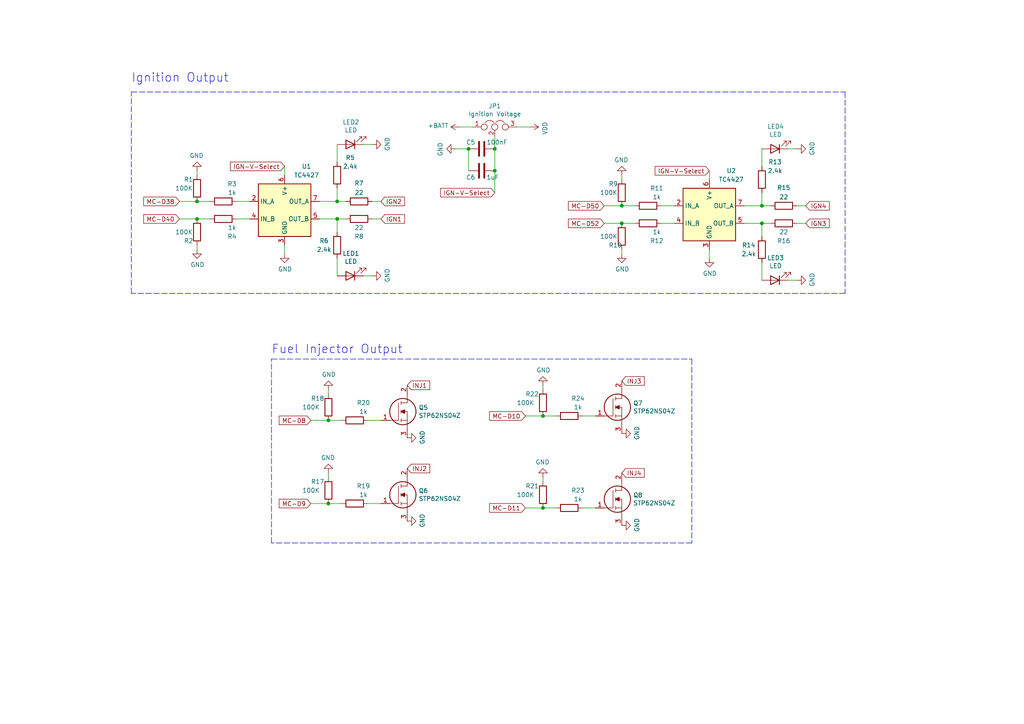
<source format=kicad_sch>
(kicad_sch (version 20211123) (generator eeschema)
  (paper "A4")
  (title_block (title "Pre-Ignition X4") (date "2022-10-1") (rev "MX4B-2") (company "DetonationEMS") (comment 1 "detonationems.com"))
  (lib_symbols
    (symbol "Device:C" (pin_numbers hide) (pin_names (offset 0.254))
      (property "Reference" "C" (at 0.635 2.54 0))
      (property "Value" "C" (at 0.635 -2.54 0))
      (symbol "C_0_1"
        (polyline (pts (xy -2.032 -0.762) (xy 2.032 -0.762)) (stroke (width 0.508)))
        (polyline (pts (xy -2.032 0.762) (xy 2.032 0.762)) (stroke (width 0.508)))
      )
      (symbol "C_1_1"
        (pin passive line (at 0 3.81 270) (length 2.794) (name "~") (number "1"))
        (pin passive line (at 0 -3.81 90) (length 2.794) (name "~") (number "2"))
      )
    )
    (symbol "Device:LED" (pin_numbers hide) (pin_names (offset 1.016) hide)
      (property "Reference" "D" (at 0 2.54 0))
      (property "Value" "LED" (at 0 -2.54 0))
      (symbol "LED_0_1"
        (polyline (pts (xy -1.27 -1.27) (xy -1.27 1.27)) (stroke (width 0.254)))
        (polyline (pts (xy -1.27 0) (xy 1.27 0)))
        (polyline (pts (xy 1.27 -1.27) (xy 1.27 1.27) (xy -1.27 0) (xy 1.27 -1.27)) (stroke (width 0.254)))
        (polyline (pts (xy -3.048 -0.762) (xy -4.572 -2.286) (xy -3.81 -2.286) (xy -4.572 -2.286) (xy -4.572 -1.524)))
        (polyline (pts (xy -1.778 -0.762) (xy -3.302 -2.286) (xy -2.54 -2.286) (xy -3.302 -2.286) (xy -3.302 -1.524)))
      )
      (symbol "LED_1_1"
        (pin passive line (at -3.81 0 0) (length 2.54) (name "K") (number "1"))
        (pin passive line (at 3.81 0 180) (length 2.54) (name "A") (number "2"))
      )
    )
    (symbol "Device:R" (pin_numbers hide) (pin_names (offset 0))
      (property "Reference" "R" (at 2.032 0 90))
      (property "Value" "R" (at 0 0 90))
      (symbol "R_0_1"
        (rectangle (start -1.016 -2.54) (end 1.016 2.54) (stroke (width 0.254)))
      )
      (symbol "R_1_1"
        (pin passive line (at 0 3.81 270) (length 1.27) (name "~") (number "1"))
        (pin passive line (at 0 -3.81 90) (length 1.27) (name "~") (number "2"))
      )
    )
    (symbol "Driver_FET:MIC4427"
      (property "Reference" "U" (at -7.62 8.89 0))
      (property "Value" "MIC4427" (at 1.27 8.89 0))
      (symbol "MIC4427_0_1"
        (rectangle (start -7.62 -7.62) (end 7.62 7.62) (stroke (width 0.254)) (fill (type background)))
      )
      (symbol "MIC4427_1_1"
        (pin no_connect line (at -7.62 0 0) (length 2.54) hide (name "NC") (number "1"))
        (pin input line (at -10.16 2.54 0) (length 2.54) (name "IN_A") (number "2"))
        (pin power_in line (at 0 -10.16 90) (length 2.54) (name "GND") (number "3"))
        (pin input line (at -10.16 -2.54 0) (length 2.54) (name "IN_B") (number "4"))
        (pin output line (at 10.16 -2.54 180) (length 2.54) (name "OUT_B") (number "5"))
        (pin power_in line (at 0 10.16 270) (length 2.54) (name "V+") (number "6"))
        (pin output line (at 10.16 2.54 180) (length 2.54) (name "OUT_A") (number "7"))
        (pin no_connect line (at 7.62 0 180) (length 2.54) hide (name "NC") (number "8"))
      )
    )
    (symbol "Pre_Ignition-rescue:Jumper_NC_Dual-Device" (pin_names (offset 0.762) hide)
      (property "Reference" "JP" (at 1.27 -2.54 0))
      (property "Value" "Jumper_NC_Dual-Device" (at 0 2.54 0))
      (symbol "Jumper_NC_Dual-Device_0_1"
        (circle (center -3.048 0) (radius 0.889))
        (arc (start -0.254 1.27) (mid -1.524 1.8804) (end -2.794 1.27))
        (circle (center 0 0) (radius 0.9144))
        (arc (start 2.794 1.27) (mid 1.524 1.8804) (end 0.254 1.27))
        (circle (center 3.048 0) (radius 0.889))
        (pin passive line (at -6.35 0 0) (length 2.413) (name "1") (number "1"))
        (pin passive line (at 0 -2.54 90) (length 1.524) (name "2") (number "2"))
        (pin passive line (at 6.35 0 180) (length 2.413) (name "3") (number "3"))
      )
    )
    (symbol "Pre_Ignition-rescue:STP62NS04Z-Stp62-Pre_Ignition-rescue-Pre_Ignition-rescue-Pre_Ignition-rescue-Pre_Ignition-rescue" (pin_names (offset 0.762))
      (property "Reference" "Q" (at 11.43 3.81 0))
      (property "Value" "STP62NS04Z-Stp62-Pre_Ignition-rescue-Pre_Ignition-rescue-Pre_Ignition-rescue-Pre_Ignition-rescue" (at 11.43 1.27 0))
      (symbol "STP62NS04Z-Stp62-Pre_Ignition-rescue-Pre_Ignition-rescue-Pre_Ignition-rescue-Pre_Ignition-rescue_0_0"
        (pin passive line (at 0 0 0) (length 2.54) (name "~") (number "1"))
        (pin passive line (at 7.62 10.16 270) (length 2.54) (name "~") (number "2"))
        (pin passive line (at 7.62 -5.08 90) (length 2.54) (name "~") (number "3"))
      )
      (symbol "STP62NS04Z-Stp62-Pre_Ignition-rescue-Pre_Ignition-rescue-Pre_Ignition-rescue-Pre_Ignition-rescue_0_1"
        (polyline (pts (xy 5.842 -0.508) (xy 5.842 0.508)) (stroke (width 0.1524)))
        (polyline (pts (xy 5.842 0) (xy 7.62 0)) (stroke (width 0.1524)))
        (polyline (pts (xy 5.842 2.032) (xy 5.842 3.048)) (stroke (width 0.1524)))
        (polyline (pts (xy 5.842 5.588) (xy 5.842 4.572)) (stroke (width 0.1524)))
        (polyline (pts (xy 7.62 2.54) (xy 5.842 2.54)) (stroke (width 0.1524)))
        (polyline (pts (xy 7.62 2.54) (xy 7.62 -2.54)) (stroke (width 0.1524)))
        (polyline (pts (xy 7.62 5.08) (xy 5.842 5.08)) (stroke (width 0.1524)))
        (polyline (pts (xy 7.62 5.08) (xy 7.62 7.62)) (stroke (width 0.1524)))
        (polyline (pts (xy 2.54 0) (xy 5.08 0) (xy 5.08 5.08)) (stroke (width 0.1524)))
        (polyline (pts (xy 5.842 2.54) (xy 6.858 3.048) (xy 6.858 2.032) (xy 5.842 2.54)) (stroke (width 0.254)) (fill (type outline)))
        (circle (center 6.35 2.54) (radius 3.81) (stroke (width 0.254)))
      )
    )
    (symbol "power:+BATT" (power) (pin_names (offset 0))
      (property "Value" "+BATT" (at 0 3.556 0))
      (symbol "+BATT_0_1"
        (polyline (pts (xy -0.762 1.27) (xy 0 2.54)))
        (polyline (pts (xy 0 0) (xy 0 2.54)))
        (polyline (pts (xy 0 2.54) (xy 0.762 1.27)))
      )
      (symbol "+BATT_1_1"
        (pin power_in line (at 0 0 90) (length 0) hide (name "+BATT") (number "1"))
      )
    )
    (symbol "power:GND" (power) (pin_names (offset 0))
      (property "Value" "GND" (at 0 -3.81 0))
      (symbol "GND_0_1"
        (polyline (pts (xy 0 0) (xy 0 -1.27) (xy 1.27 -1.27) (xy 0 -2.54) (xy -1.27 -1.27) (xy 0 -1.27)))
      )
      (symbol "GND_1_1"
        (pin power_in line (at 0 0 270) (length 0) hide (name "GND") (number "1"))
      )
    )
    (symbol "power:VDD" (power) (pin_names (offset 0))
      (property "Value" "VDD" (at 0 3.81 0))
      (symbol "VDD_0_1"
        (polyline (pts (xy -0.762 1.27) (xy 0 2.54)))
        (polyline (pts (xy 0 0) (xy 0 2.54)))
        (polyline (pts (xy 0 2.54) (xy 0.762 1.27)))
      )
      (symbol "VDD_1_1"
        (pin power_in line (at 0 0 90) (length 0) hide (name "VDD") (number "1"))
      )
    )
  )
  (junction (at 143.51 43.18))
  (junction (at 95.25 146.05))
  (junction (at 143.51 49.53))
  (junction (at 57.15 58.42))
  (junction (at 220.98 59.69))
  (junction (at 157.48 120.65))
  (junction (at 220.98 64.77))
  (junction (at 135.89 43.18))
  (junction (at 180.34 59.69))
  (junction (at 57.15 63.5))
  (junction (at 95.25 121.92))
  (junction (at 97.79 63.5))
  (junction (at 97.79 58.42))
  (junction (at 180.34 64.77))
  (junction (at 157.48 147.32))
  (wire (pts (xy 205.74 72.39) (xy 205.74 74.93)))
  (wire (pts (xy 135.89 43.18) (xy 135.89 49.53)))
  (wire (pts (xy 215.9 59.69) (xy 220.98 59.69)))
  (wire (pts (xy 57.15 72.39) (xy 57.15 71.12)))
  (wire (pts (xy 231.14 59.69) (xy 233.68 59.69)))
  (polyline (pts (xy 245.11 85.09) (xy 38.1 85.09)))
  (wire (pts (xy 110.49 121.92) (xy 106.68 121.92)))
  (wire (pts (xy 92.71 58.42) (xy 97.79 58.42)))
  (wire (pts (xy 72.39 63.5) (xy 68.58 63.5)))
  (wire (pts (xy 143.51 49.53) (xy 143.51 43.18)))
  (polyline (pts (xy 245.11 26.67) (xy 245.11 85.09)))
  (wire (pts (xy 132.08 43.18) (xy 135.89 43.18)))
  (wire (pts (xy 223.52 64.77) (xy 220.98 64.77)))
  (wire (pts (xy 97.79 63.5) (xy 92.71 63.5)))
  (wire (pts (xy 97.79 54.61) (xy 97.79 58.42)))
  (polyline (pts (xy 38.1 26.67) (xy 245.11 26.67)))
  (wire (pts (xy 149.86 36.83) (xy 153.67 36.83)))
  (wire (pts (xy 220.98 55.88) (xy 220.98 59.69)))
  (polyline (pts (xy 200.66 104.14) (xy 200.66 157.48)))
  (wire (pts (xy 231.14 64.77) (xy 233.68 64.77)))
  (wire (pts (xy 180.34 59.69) (xy 184.15 59.69)))
  (wire (pts (xy 157.48 147.32) (xy 161.29 147.32)))
  (wire (pts (xy 157.48 111.76) (xy 157.48 113.03)))
  (wire (pts (xy 97.79 67.31) (xy 97.79 63.5)))
  (wire (pts (xy 157.48 120.65) (xy 152.4 120.65)))
  (wire (pts (xy 195.58 64.77) (xy 191.77 64.77)))
  (wire (pts (xy 228.6 81.28) (xy 231.14 81.28)))
  (wire (pts (xy 57.15 49.53) (xy 57.15 50.8)))
  (wire (pts (xy 180.34 73.66) (xy 180.34 72.39)))
  (wire (pts (xy 157.48 138.43) (xy 157.48 139.7)))
  (wire (pts (xy 95.25 121.92) (xy 90.17 121.92)))
  (wire (pts (xy 97.79 58.42) (xy 100.33 58.42)))
  (wire (pts (xy 99.06 121.92) (xy 95.25 121.92)))
  (wire (pts (xy 68.58 58.42) (xy 72.39 58.42)))
  (wire (pts (xy 220.98 76.2) (xy 220.98 81.28)))
  (wire (pts (xy 191.77 59.69) (xy 195.58 59.69)))
  (wire (pts (xy 172.72 120.65) (xy 168.91 120.65)))
  (wire (pts (xy 106.68 146.05) (xy 110.49 146.05)))
  (wire (pts (xy 95.25 113.03) (xy 95.25 114.3)))
  (wire (pts (xy 105.41 80.01) (xy 107.95 80.01)))
  (wire (pts (xy 82.55 71.12) (xy 82.55 73.66)))
  (wire (pts (xy 95.25 146.05) (xy 90.17 146.05)))
  (wire (pts (xy 180.34 50.8) (xy 180.34 52.07)))
  (wire (pts (xy 57.15 58.42) (xy 52.07 58.42)))
  (wire (pts (xy 57.15 63.5) (xy 52.07 63.5)))
  (wire (pts (xy 143.51 43.18) (xy 143.51 39.37)))
  (polyline (pts (xy 200.66 157.48) (xy 78.74 157.48)))
  (wire (pts (xy 105.41 41.91) (xy 107.95 41.91)))
  (wire (pts (xy 161.29 120.65) (xy 157.48 120.65)))
  (wire (pts (xy 168.91 147.32) (xy 172.72 147.32)))
  (wire (pts (xy 205.74 49.53) (xy 205.74 52.07)))
  (wire (pts (xy 97.79 74.93) (xy 97.79 80.01)))
  (wire (pts (xy 95.25 137.16) (xy 95.25 138.43)))
  (wire (pts (xy 228.6 43.18) (xy 231.14 43.18)))
  (wire (pts (xy 107.95 58.42) (xy 110.49 58.42)))
  (wire (pts (xy 180.34 64.77) (xy 175.26 64.77)))
  (wire (pts (xy 220.98 64.77) (xy 215.9 64.77)))
  (wire (pts (xy 97.79 41.91) (xy 97.79 46.99)))
  (wire (pts (xy 100.33 63.5) (xy 97.79 63.5)))
  (wire (pts (xy 107.95 63.5) (xy 110.49 63.5)))
  (wire (pts (xy 82.55 48.26) (xy 82.55 50.8)))
  (wire (pts (xy 143.51 49.53) (xy 143.51 55.88)))
  (wire (pts (xy 157.48 147.32) (xy 152.4 147.32)))
  (polyline (pts (xy 78.74 157.48) (xy 78.74 104.14)))
  (wire (pts (xy 220.98 68.58) (xy 220.98 64.77)))
  (wire (pts (xy 184.15 64.77) (xy 180.34 64.77)))
  (polyline (pts (xy 78.74 104.14) (xy 200.66 104.14)))
  (wire (pts (xy 133.35 36.83) (xy 137.16 36.83)))
  (wire (pts (xy 220.98 43.18) (xy 220.98 48.26)))
  (wire (pts (xy 95.25 146.05) (xy 99.06 146.05)))
  (wire (pts (xy 220.98 59.69) (xy 223.52 59.69)))
  (wire (pts (xy 57.15 58.42) (xy 60.96 58.42)))
  (wire (pts (xy 180.34 59.69) (xy 175.26 59.69)))
  (polyline (pts (xy 38.1 85.09) (xy 38.1 26.67)))
  (wire (pts (xy 60.96 63.5) (xy 57.15 63.5)))
  (text "Ignition Output" (at 38.1 24.13 0) (effects (font (size 2.4892 2.4892)) (justify left bottom)))
  (text "Fuel Injector Output" (at 78.74 102.87 0) (effects (font (size 2.4892 2.4892)) (justify left bottom)))
  (global_label "INJ1" (shape input) (at 118.11 111.76 0) (property "Intersheet References" "${INTERSHEET_REFS}" (effects hide)))
  (global_label "IGN3" (shape input) (at 233.68 64.77 0) (property "Intersheet References" "${INTERSHEET_REFS}" (effects hide)))
  (global_label "MC-D50" (shape input) (at 175.26 59.69 180) (property "Intersheet References" "${INTERSHEET_REFS}" (effects hide)))
  (global_label "IGN4" (shape input) (at 233.68 59.69 0) (property "Intersheet References" "${INTERSHEET_REFS}" (effects hide)))
  (global_label "MC-D40" (shape input) (at 52.07 63.5 180) (property "Intersheet References" "${INTERSHEET_REFS}" (effects hide)))
  (global_label "IGN-V-Select" (shape input) (at 82.55 48.26 180) (property "Intersheet References" "${INTERSHEET_REFS}" (effects hide)))
  (global_label "IGN2" (shape input) (at 110.49 58.42 0) (property "Intersheet References" "${INTERSHEET_REFS}" (effects hide)))
  (global_label "IGN-V-Select" (shape input) (at 143.51 55.88 180) (property "Intersheet References" "${INTERSHEET_REFS}" (effects hide)))
  (global_label "INJ2" (shape input) (at 118.11 135.89 0) (property "Intersheet References" "${INTERSHEET_REFS}" (effects hide)))
  (global_label "MC-D8" (shape input) (at 90.17 121.92 180) (property "Intersheet References" "${INTERSHEET_REFS}" (effects hide)))
  (global_label "MC-D9" (shape input) (at 90.17 146.05 180) (property "Intersheet References" "${INTERSHEET_REFS}" (effects hide)))
  (global_label "MC-D52" (shape input) (at 175.26 64.77 180) (property "Intersheet References" "${INTERSHEET_REFS}" (effects hide)))
  (global_label "INJ4" (shape input) (at 180.34 137.16 0) (property "Intersheet References" "${INTERSHEET_REFS}" (effects hide)))
  (global_label "MC-D10" (shape input) (at 152.4 120.65 180) (property "Intersheet References" "${INTERSHEET_REFS}" (effects hide)))
  (global_label "IGN-V-Select" (shape input) (at 205.74 49.53 180) (property "Intersheet References" "${INTERSHEET_REFS}" (effects hide)))
  (global_label "IGN1" (shape input) (at 110.49 63.5 0) (property "Intersheet References" "${INTERSHEET_REFS}" (effects hide)))
  (global_label "MC-D38" (shape input) (at 52.07 58.42 180) (property "Intersheet References" "${INTERSHEET_REFS}" (effects hide)))
  (global_label "INJ3" (shape input) (at 180.34 110.49 0) (property "Intersheet References" "${INTERSHEET_REFS}" (effects hide)))
  (global_label "MC-D11" (shape input) (at 152.4 147.32 180) (property "Intersheet References" "${INTERSHEET_REFS}" (effects hide)))
  (symbol (lib_id "Device:C") (at 139.7 49.53 270) (unit 1)
    (property "Reference" "C6" (at 136.525 51.435 90))
    (property "Value" "1uF" (at 142.875 51.435 90))
    (property "Footprint" "Capacitor_SMD:C_0603_1608Metric" (effects hide))
    (property "JLC" "C15849" (effects hide))
    (property "LCSC" "C15849" (effects hide))
  )
  (symbol (lib_id "Device:C") (at 139.7 43.18 270) (unit 1)
    (property "Reference" "C5" (at 136.525 41.275 90))
    (property "Value" "100nF" (at 144.145 41.275 90))
    (property "Footprint" "Capacitor_SMD:C_0603_1608Metric" (effects hide))
    (property "JLC" "C14663" (effects hide))
    (property "LCSC" "C14663" (effects hide))
  )
  (symbol (lib_id "power:GND") (at 132.08 43.18 270) (unit 1)
    (property "Reference" "#PWR06" (effects hide))
    (property "Value" "GND" (at 127.6858 43.307 0))
  )
  (symbol (lib_id "Driver_FET:MIC4427") (at 82.55 60.96 0) (unit 1)
    (property "Reference" "U1" (at 88.9 48.26 0))
    (property "Value" "TC4427" (at 88.9 50.8 0))
    (property "Footprint" "Package_SO:SOIC-8_3.9x4.9mm_P1.27mm" (effects hide))
    (property "Datasheet" "http://ww1.microchip.com/downloads/en/DeviceDoc/mic4426.pdf" (effects hide))
    (property "JLC" "C31450" (effects hide))
    (property "LCSC" "C31450" (effects hide))
  )
  (symbol (lib_id "power:GND") (at 82.55 73.66 0) (unit 1)
    (property "Reference" "#PWR07" (effects hide))
    (property "Value" "GND" (at 82.677 78.0542 0))
  )
  (symbol (lib_id "Device:R") (at 64.77 58.42 270) (unit 1)
    (property "Reference" "R3" (at 67.31 53.34 90))
    (property "Value" "1k" (at 67.31 55.88 90))
    (property "Footprint" "Resistor_SMD:R_0603_1608Metric" (effects hide))
    (property "JLC" "C21190" (effects hide))
    (property "LCSC" "C21190" (effects hide))
  )
  (symbol (lib_id "Device:R") (at 64.77 63.5 270) (unit 1)
    (property "Reference" "R4" (at 67.31 68.58 90))
    (property "Value" "1k" (at 67.31 66.04 90))
    (property "Footprint" "Resistor_SMD:R_0603_1608Metric" (effects hide))
    (property "JLC" "C21190" (effects hide))
    (property "LCSC" "C21190" (effects hide))
  )
  (symbol (lib_id "Device:R") (at 57.15 54.61 180) (unit 1)
    (property "Reference" "R1" (at 53.34 52.07 0) (effects (justify right)))
    (property "Value" "100K" (at 50.8 54.61 0) (effects (justify right)))
    (property "Footprint" "Resistor_SMD:R_0603_1608Metric" (effects hide))
    (property "JLC" "C25803" (effects hide))
    (property "LCSC" "C25803" (effects hide))
  )
  (symbol (lib_id "Device:R") (at 57.15 67.31 180) (unit 1)
    (property "Reference" "R2" (at 53.34 69.85 0) (effects (justify right)))
    (property "Value" "100K" (at 50.8 67.31 0) (effects (justify right)))
    (property "Footprint" "Resistor_SMD:R_0603_1608Metric" (effects hide))
    (property "JLC" "C25803" (effects hide))
    (property "LCSC" "C25803" (effects hide))
  )
  (symbol (lib_id "power:GND") (at 57.15 72.39 0) (unit 1)
    (property "Reference" "#PWR05" (effects hide))
    (property "Value" "GND" (at 57.277 76.7842 0))
  )
  (symbol (lib_id "power:GND") (at 57.15 49.53 180) (unit 1)
    (property "Reference" "#PWR04" (effects hide))
    (property "Value" "GND" (at 57.023 45.1358 0))
  )
  (symbol (lib_id "Driver_FET:MIC4427") (at 205.74 62.23 0) (unit 1)
    (property "Reference" "U2" (at 212.09 49.53 0))
    (property "Value" "TC4427" (at 212.09 52.07 0))
    (property "Footprint" "Package_SO:SOIC-8_3.9x4.9mm_P1.27mm" (effects hide))
    (property "Datasheet" "http://ww1.microchip.com/downloads/en/DeviceDoc/mic4426.pdf" (effects hide))
    (property "JLC" "C31450" (effects hide))
    (property "LCSC" "C31450" (effects hide))
  )
  (symbol (lib_id "Device:R") (at 227.33 59.69 270) (unit 1)
    (property "Reference" "R15" (at 227.33 54.4322 90))
    (property "Value" "22" (at 227.33 57.15 90))
    (property "Footprint" "Resistor_SMD:R_0805_2012Metric" (effects hide))
    (property "JLC" "C17561" (effects hide))
    (property "LCSC" "C17561" (effects hide))
  )
  (symbol (lib_id "Device:R") (at 227.33 64.77 270) (unit 1)
    (property "Reference" "R16" (at 227.33 69.85 90))
    (property "Value" "22" (at 227.33 67.31 90))
    (property "Footprint" "Resistor_SMD:R_0805_2012Metric" (effects hide))
    (property "JLC" "C17561" (effects hide))
    (property "LCSC" "C17561" (effects hide))
  )
  (symbol (lib_id "power:GND") (at 205.74 74.93 0) (unit 1)
    (property "Reference" "#PWR014" (effects hide))
    (property "Value" "GND" (at 205.867 79.3242 0))
  )
  (symbol (lib_id "Device:R") (at 187.96 59.69 270) (unit 1)
    (property "Reference" "R11" (at 190.5 54.61 90))
    (property "Value" "1k" (at 190.5 57.15 90))
    (property "Footprint" "Resistor_SMD:R_0603_1608Metric" (effects hide))
    (property "JLC" "C21190" (effects hide))
    (property "LCSC" "C21190" (effects hide))
  )
  (symbol (lib_id "Device:R") (at 187.96 64.77 270) (unit 1)
    (property "Reference" "R12" (at 190.5 69.85 90))
    (property "Value" "1k" (at 190.5 67.31 90))
    (property "Footprint" "Resistor_SMD:R_0603_1608Metric" (effects hide))
    (property "JLC" "C21190" (effects hide))
    (property "LCSC" "C21190" (effects hide))
  )
  (symbol (lib_id "Device:R") (at 180.34 55.88 180) (unit 1)
    (property "Reference" "R9" (at 176.53 53.34 0) (effects (justify right)))
    (property "Value" "100K" (at 173.99 55.88 0) (effects (justify right)))
    (property "Footprint" "Resistor_SMD:R_0603_1608Metric" (effects hide))
    (property "JLC" "C25803" (effects hide))
    (property "LCSC" "C25803" (effects hide))
  )
  (symbol (lib_id "Device:R") (at 180.34 68.58 180) (unit 1)
    (property "Reference" "R10" (at 176.53 71.12 0) (effects (justify right)))
    (property "Value" "100K" (at 173.99 68.58 0) (effects (justify right)))
    (property "Footprint" "Resistor_SMD:R_0603_1608Metric" (effects hide))
    (property "JLC" "C25803" (effects hide))
    (property "LCSC" "C25803" (effects hide))
  )
  (symbol (lib_id "power:GND") (at 180.34 73.66 0) (unit 1)
    (property "Reference" "#PWR012" (effects hide))
    (property "Value" "GND" (at 180.467 78.0542 0))
  )
  (symbol (lib_id "power:GND") (at 180.34 50.8 180) (unit 1)
    (property "Reference" "#PWR011" (effects hide))
    (property "Value" "GND" (at 180.213 46.4058 0))
  )
  (symbol (lib_id "power:GND") (at 95.25 137.16 180) (unit 1)
    (property "Reference" "#PWR017" (effects hide))
    (property "Value" "GND" (at 95.123 132.7658 0))
  )
  (symbol (lib_id "power:GND") (at 95.25 113.03 0) (mirror x) (unit 1)
    (property "Reference" "#PWR018" (effects hide))
    (property "Value" "GND" (at 95.377 108.6358 0))
  )
  (symbol (lib_id "Device:R") (at 95.25 118.11 0) (mirror y) (unit 1)
    (property "Reference" "R18" (at 90.17 115.57 0) (effects (justify right)))
    (property "Value" "100K" (at 87.63 118.11 0) (effects (justify right)))
    (property "Footprint" "Resistor_SMD:R_0603_1608Metric" (effects hide))
    (property "JLC" "C25803" (effects hide))
    (property "LCSC" "C25803" (effects hide))
  )
  (symbol (lib_id "Device:R") (at 95.25 142.24 180) (unit 1)
    (property "Reference" "R17" (at 90.17 139.7 0) (effects (justify right)))
    (property "Value" "100K" (at 87.63 142.24 0) (effects (justify right)))
    (property "Footprint" "Resistor_SMD:R_0603_1608Metric" (effects hide))
    (property "JLC" "C25803" (effects hide))
    (property "LCSC" "C25803" (effects hide))
  )
  (symbol (lib_id "Device:R") (at 102.87 121.92 270) (mirror x) (unit 1)
    (property "Reference" "R20" (at 105.41 116.84 90))
    (property "Value" "1k" (at 105.41 119.38 90))
    (property "Footprint" "Resistor_SMD:R_0603_1608Metric" (effects hide))
    (property "JLC" "C21190" (effects hide))
    (property "LCSC" "C21190" (effects hide))
  )
  (symbol (lib_id "Device:R") (at 102.87 146.05 270) (unit 1)
    (property "Reference" "R19" (at 105.41 140.97 90))
    (property "Value" "1k" (at 105.41 143.51 90))
    (property "Footprint" "Resistor_SMD:R_0603_1608Metric" (effects hide))
    (property "JLC" "C21190" (effects hide))
    (property "LCSC" "C21190" (effects hide))
  )
  (symbol (lib_id "power:GND") (at 180.34 152.4 90) (unit 1)
    (property "Reference" "#PWR023" (effects hide))
    (property "Value" "GND" (at 184.7342 152.273 0))
  )
  (symbol (lib_id "power:GND") (at 157.48 138.43 180) (unit 1)
    (property "Reference" "#PWR021" (effects hide))
    (property "Value" "GND" (at 157.353 134.0358 0))
  )
  (symbol (lib_id "power:GND") (at 157.48 111.76 0) (mirror x) (unit 1)
    (property "Reference" "#PWR022" (effects hide))
    (property "Value" "GND" (at 157.607 107.3658 0))
  )
  (symbol (lib_id "Device:R") (at 157.48 116.84 0) (mirror y) (unit 1)
    (property "Reference" "R22" (at 152.4 114.3 0) (effects (justify right)))
    (property "Value" "100K" (at 149.86 116.84 0) (effects (justify right)))
    (property "Footprint" "Resistor_SMD:R_0603_1608Metric" (effects hide))
    (property "JLC" "C25803" (effects hide))
    (property "LCSC" "C25803" (effects hide))
  )
  (symbol (lib_id "Device:R") (at 157.48 143.51 180) (unit 1)
    (property "Reference" "R21" (at 152.4 140.97 0) (effects (justify right)))
    (property "Value" "100K" (at 149.86 143.51 0) (effects (justify right)))
    (property "Footprint" "Resistor_SMD:R_0603_1608Metric" (effects hide))
    (property "JLC" "C25803" (effects hide))
    (property "LCSC" "C25803" (effects hide))
  )
  (symbol (lib_id "Device:R") (at 165.1 120.65 270) (mirror x) (unit 1)
    (property "Reference" "R24" (at 167.64 115.57 90))
    (property "Value" "1k" (at 167.64 118.11 90))
    (property "Footprint" "Resistor_SMD:R_0603_1608Metric" (effects hide))
    (property "JLC" "C21190" (effects hide))
    (property "LCSC" "C21190" (effects hide))
  )
  (symbol (lib_id "Device:R") (at 165.1 147.32 270) (unit 1)
    (property "Reference" "R23" (at 167.64 142.24 90))
    (property "Value" "1k" (at 167.64 144.78 90))
    (property "Footprint" "Resistor_SMD:R_0603_1608Metric" (effects hide))
    (property "JLC" "C21190" (effects hide))
    (property "LCSC" "C21190" (effects hide))
  )
  (symbol (lib_id "Pre_Ignition-rescue:Jumper_NC_Dual-Device") (at 143.51 36.83 0) (unit 1)
    (property "Reference" "JP1" (at 143.51 30.7594 0))
    (property "Value" "Ignition Voltage" (at 143.51 33.0708 0))
    (property "Footprint" "Detonation:3-PinSwitch" (effects hide))
  )
  (symbol (lib_id "power:+BATT") (at 133.35 36.83 90) (unit 1)
    (property "Reference" "#PWR010" (effects hide))
    (property "Value" "+BATT" (at 130.1242 36.449 90) (effects (justify left)))
  )
  (symbol (lib_id "power:GND") (at 180.34 125.73 90) (unit 1)
    (property "Reference" "#PWR024" (effects hide))
    (property "Value" "GND" (at 184.7342 125.603 0))
  )
  (symbol (lib_id "power:GND") (at 118.11 151.13 90) (unit 1)
    (property "Reference" "#PWR019" (effects hide))
    (property "Value" "GND" (at 122.5042 151.003 0))
  )
  (symbol (lib_id "power:GND") (at 118.11 127 90) (unit 1)
    (property "Reference" "#PWR020" (effects hide))
    (property "Value" "GND" (at 122.5042 126.873 0))
  )
  (symbol (lib_id "Device:R") (at 220.98 52.07 180) (unit 1)
    (property "Reference" "R13" (at 224.79 46.99 0))
    (property "Value" "2.4k" (at 224.79 49.53 0))
    (property "Footprint" "Resistor_SMD:R_0603_1608Metric" (effects hide))
    (property "JLC" "C22940" (effects hide))
    (property "LCSC" "C22940" (effects hide))
  )
  (symbol (lib_id "Device:R") (at 220.98 72.39 180) (unit 1)
    (property "Reference" "R14" (at 217.17 71.12 0))
    (property "Value" "2.4k" (at 217.17 73.66 0))
    (property "Footprint" "Resistor_SMD:R_0603_1608Metric" (effects hide))
    (property "JLC" "C22940" (effects hide))
    (property "LCSC" "C22940" (effects hide))
  )
  (symbol (lib_id "Device:LED") (at 224.79 43.18 180) (unit 1)
    (property "Reference" "LED4" (at 224.9678 36.703 0))
    (property "Value" "LED" (at 224.9678 39.0144 0))
    (property "Footprint" "LED_SMD:LED_0603_1608Metric" (effects hide))
    (property "JLC" "C2286" (effects hide))
    (property "LCSC" "C72041" (effects hide))
  )
  (symbol (lib_id "Device:LED") (at 224.79 81.28 180) (unit 1)
    (property "Reference" "LED3" (at 224.9678 74.803 0))
    (property "Value" "LED" (at 224.9678 77.1144 0))
    (property "Footprint" "LED_SMD:LED_0603_1608Metric" (effects hide))
    (property "JLC" "C2286" (effects hide))
    (property "LCSC" "C72041" (effects hide))
  )
  (symbol (lib_id "power:GND") (at 231.14 81.28 90) (unit 1)
    (property "Reference" "#PWR016" (effects hide))
    (property "Value" "GND" (at 235.5342 81.153 0))
  )
  (symbol (lib_id "power:GND") (at 231.14 43.18 90) (unit 1)
    (property "Reference" "#PWR015" (effects hide))
    (property "Value" "GND" (at 235.5342 43.053 0))
  )
  (symbol (lib_id "Device:R") (at 104.14 63.5 270) (unit 1)
    (property "Reference" "R8" (at 104.14 68.58 90))
    (property "Value" "22" (at 104.14 66.04 90))
    (property "Footprint" "Resistor_SMD:R_0805_2012Metric" (effects hide))
    (property "JLC" "C17561" (effects hide))
    (property "LCSC" "C17561" (effects hide))
  )
  (symbol (lib_id "Device:R") (at 104.14 58.42 270) (unit 1)
    (property "Reference" "R7" (at 104.14 53.1622 90))
    (property "Value" "22" (at 104.14 55.88 90))
    (property "Footprint" "Resistor_SMD:R_0805_2012Metric" (effects hide))
    (property "JLC" "C17561" (effects hide))
    (property "LCSC" "C17561" (effects hide))
  )
  (symbol (lib_id "Device:R") (at 97.79 50.8 180) (unit 1)
    (property "Reference" "R5" (at 101.6 45.72 0))
    (property "Value" "2.4k" (at 101.6 48.26 0))
    (property "Footprint" "Resistor_SMD:R_0603_1608Metric" (effects hide))
    (property "LCSC" "C22940" (effects hide))
  )
  (symbol (lib_id "Device:R") (at 97.79 71.12 180) (unit 1)
    (property "Reference" "R6" (at 93.98 69.85 0))
    (property "Value" "2.4k" (at 93.98 72.39 0))
    (property "Footprint" "Resistor_SMD:R_0603_1608Metric" (effects hide))
    (property "JLC" "C22940" (effects hide))
    (property "LCSC" "C22940" (effects hide))
  )
  (symbol (lib_id "Device:LED") (at 101.6 41.91 180) (unit 1)
    (property "Reference" "LED2" (at 101.7778 35.433 0))
    (property "Value" "LED" (at 101.7778 37.7444 0))
    (property "Footprint" "LED_SMD:LED_0603_1608Metric" (effects hide))
    (property "JLC" "C2286" (effects hide))
    (property "LCSC" "C72041" (effects hide))
  )
  (symbol (lib_id "Device:LED") (at 101.6 80.01 180) (unit 1)
    (property "Reference" "LED1" (at 101.7778 73.533 0))
    (property "Value" "LED" (at 101.7778 75.8444 0))
    (property "Footprint" "LED_SMD:LED_0603_1608Metric" (effects hide))
    (property "JLC" "C2286" (effects hide))
    (property "LCSC" "C72041" (effects hide))
  )
  (symbol (lib_id "power:GND") (at 107.95 80.01 90) (unit 1)
    (property "Reference" "#PWR09" (effects hide))
    (property "Value" "GND" (at 112.3442 79.883 0))
  )
  (symbol (lib_id "power:GND") (at 107.95 41.91 90) (unit 1)
    (property "Reference" "#PWR08" (effects hide))
    (property "Value" "GND" (at 112.3442 41.783 0))
  )
  (symbol (lib_id "power:VDD") (at 153.67 36.83 270) (unit 1)
    (property "Reference" "#PWR0149" (effects hide))
    (property "Value" "VDD" (at 158.0642 37.211 0))
  )
  (symbol (lib_id "Pre_Ignition-rescue:STP62NS04Z-Stp62-Pre_Ignition-rescue-Pre_Ignition-rescue-Pre_Ignition-rescue-Pre_Ignition-rescue") (at 110.49 146.05 0) (unit 1)
    (property "Reference" "Q6" (at 121.412 142.3416 0) (effects (justify left)))
    (property "Value" "STP62NS04Z" (at 121.412 144.653 0) (effects (justify left)))
    (property "Footprint" "Package_TO_SOT_THT:TO-220-3_Vertical" (effects hide))
    (property "Datasheet" "http://www.st.com/content/ccc/resource/technical/document/datasheet/ae/b9/57/16/f5/d5/4c/79/CD00003579.pdf/files/CD00003579.pdf/jcr:content/translations/en.CD00003579.pdf" (effects hide))
    (property "Description" "STMicroelectronics STP62NS04Z N-channel MOSFET Transistor, 62 A, 33 V, 3-Pin TO-220" (effects hide))
    (property "Height" "4.6" (effects hide))
    (property "Manufacturer_Name" "STMicroelectronics" (effects hide))
    (property "Manufacturer_Part_Number" "STP62NS04Z" (effects hide))
    (property "Mouser Part Number" "511-STP62NS04Z" (effects hide))
    (property "Mouser Price/Stock" "https://www.mouser.co.uk/ProductDetail/STMicroelectronics/STP62NS04Z?qs=1tTY8DFIKADI3E3vW2w%2FAQ%3D%3D" (effects hide))
    (property "Arrow Part Number" "STP62NS04Z" (effects hide))
    (property "Arrow Price/Stock" "https://www.arrow.com/en/products/stp62ns04z/stmicroelectronics" (effects hide))
  )
  (symbol (lib_id "Pre_Ignition-rescue:STP62NS04Z-Stp62-Pre_Ignition-rescue-Pre_Ignition-rescue-Pre_Ignition-rescue-Pre_Ignition-rescue") (at 110.49 121.92 0) (unit 1)
    (property "Reference" "Q5" (at 121.412 118.2116 0) (effects (justify left)))
    (property "Value" "STP62NS04Z" (at 121.412 120.523 0) (effects (justify left)))
    (property "Footprint" "Package_TO_SOT_THT:TO-220-3_Vertical" (effects hide))
    (property "Datasheet" "http://www.st.com/content/ccc/resource/technical/document/datasheet/ae/b9/57/16/f5/d5/4c/79/CD00003579.pdf/files/CD00003579.pdf/jcr:content/translations/en.CD00003579.pdf" (effects hide))
    (property "Description" "STMicroelectronics STP62NS04Z N-channel MOSFET Transistor, 62 A, 33 V, 3-Pin TO-220" (effects hide))
    (property "Height" "4.6" (effects hide))
    (property "Manufacturer_Name" "STMicroelectronics" (effects hide))
    (property "Manufacturer_Part_Number" "STP62NS04Z" (effects hide))
    (property "Mouser Part Number" "511-STP62NS04Z" (effects hide))
    (property "Mouser Price/Stock" "https://www.mouser.co.uk/ProductDetail/STMicroelectronics/STP62NS04Z?qs=1tTY8DFIKADI3E3vW2w%2FAQ%3D%3D" (effects hide))
    (property "Arrow Part Number" "STP62NS04Z" (effects hide))
    (property "Arrow Price/Stock" "https://www.arrow.com/en/products/stp62ns04z/stmicroelectronics" (effects hide))
  )
  (symbol (lib_id "Pre_Ignition-rescue:STP62NS04Z-Stp62-Pre_Ignition-rescue-Pre_Ignition-rescue-Pre_Ignition-rescue-Pre_Ignition-rescue") (at 172.72 147.32 0) (unit 1)
    (property "Reference" "Q8" (at 183.642 143.6116 0) (effects (justify left)))
    (property "Value" "STP62NS04Z" (at 183.642 145.923 0) (effects (justify left)))
    (property "Footprint" "Package_TO_SOT_THT:TO-220-3_Vertical" (effects hide))
    (property "Datasheet" "http://www.st.com/content/ccc/resource/technical/document/datasheet/ae/b9/57/16/f5/d5/4c/79/CD00003579.pdf/files/CD00003579.pdf/jcr:content/translations/en.CD00003579.pdf" (effects hide))
    (property "Description" "STMicroelectronics STP62NS04Z N-channel MOSFET Transistor, 62 A, 33 V, 3-Pin TO-220" (effects hide))
    (property "Height" "4.6" (effects hide))
    (property "Manufacturer_Name" "STMicroelectronics" (effects hide))
    (property "Manufacturer_Part_Number" "STP62NS04Z" (effects hide))
    (property "Mouser Part Number" "511-STP62NS04Z" (effects hide))
    (property "Mouser Price/Stock" "https://www.mouser.co.uk/ProductDetail/STMicroelectronics/STP62NS04Z?qs=1tTY8DFIKADI3E3vW2w%2FAQ%3D%3D" (effects hide))
    (property "Arrow Part Number" "STP62NS04Z" (effects hide))
    (property "Arrow Price/Stock" "https://www.arrow.com/en/products/stp62ns04z/stmicroelectronics" (effects hide))
  )
  (symbol (lib_id "Pre_Ignition-rescue:STP62NS04Z-Stp62-Pre_Ignition-rescue-Pre_Ignition-rescue-Pre_Ignition-rescue-Pre_Ignition-rescue") (at 172.72 120.65 0) (unit 1)
    (property "Reference" "Q7" (at 183.642 116.9416 0) (effects (justify left)))
    (property "Value" "STP62NS04Z" (at 183.642 119.253 0) (effects (justify left)))
    (property "Footprint" "Package_TO_SOT_THT:TO-220-3_Vertical" (effects hide))
    (property "Datasheet" "http://www.st.com/content/ccc/resource/technical/document/datasheet/ae/b9/57/16/f5/d5/4c/79/CD00003579.pdf/files/CD00003579.pdf/jcr:content/translations/en.CD00003579.pdf" (effects hide))
    (property "Description" "STMicroelectronics STP62NS04Z N-channel MOSFET Transistor, 62 A, 33 V, 3-Pin TO-220" (effects hide))
    (property "Height" "4.6" (effects hide))
    (property "Manufacturer_Name" "STMicroelectronics" (effects hide))
    (property "Manufacturer_Part_Number" "STP62NS04Z" (effects hide))
    (property "Mouser Part Number" "511-STP62NS04Z" (effects hide))
    (property "Mouser Price/Stock" "https://www.mouser.co.uk/ProductDetail/STMicroelectronics/STP62NS04Z?qs=1tTY8DFIKADI3E3vW2w%2FAQ%3D%3D" (effects hide))
    (property "Arrow Part Number" "STP62NS04Z" (effects hide))
    (property "Arrow Price/Stock" "https://www.arrow.com/en/products/stp62ns04z/stmicroelectronics" (effects hide))
  )
)
</source>
